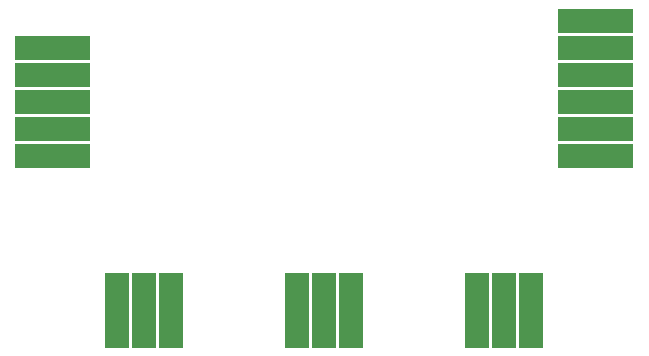
<source format=gbr>
G04 start of page 10 for group -4015 idx -4015 *
G04 Title: (unknown), toppaste *
G04 Creator: pcb 20110918 *
G04 CreationDate: mer. 09 avril 2014 15:18:50 GMT UTC *
G04 For: virtualabs *
G04 Format: Gerber/RS-274X *
G04 PCB-Dimensions: 600000 500000 *
G04 PCB-Coordinate-Origin: lower left *
%MOIN*%
%FSLAX25Y25*%
%LNTOPPASTE*%
%ADD96R,0.0800X0.0800*%
G54D96*X175000Y293000D02*Y276000D01*
X184000Y293000D02*Y276000D01*
X226000Y293000D02*Y276000D01*
X235000Y293000D02*Y276000D01*
X244000Y293000D02*Y276000D01*
X286000Y293000D02*Y276000D01*
X304000Y293000D02*Y276000D01*
X136000Y372000D02*X153000D01*
X136000Y363000D02*X153000D01*
X136000Y354000D02*X153000D01*
X136000Y345000D02*X153000D01*
X136000Y336000D02*X153000D01*
X166000Y293000D02*Y276000D01*
X295000Y293000D02*Y276000D01*
X317000Y336000D02*X334000D01*
X317000Y345000D02*X334000D01*
X317000Y354000D02*X334000D01*
X317000Y381000D02*X334000D01*
X317000Y372000D02*X334000D01*
X317000Y363000D02*X334000D01*
M02*

</source>
